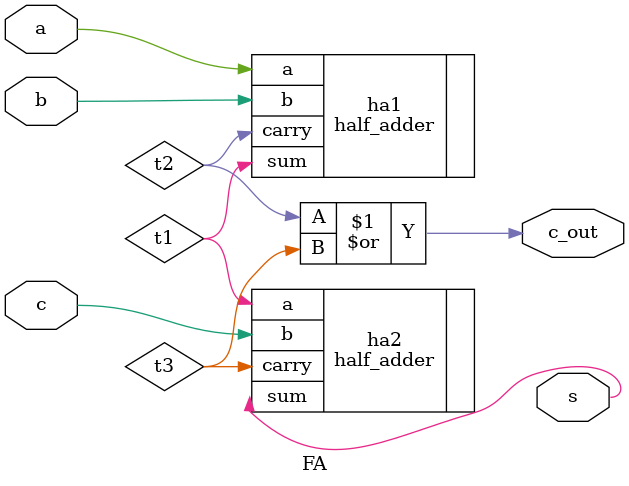
<source format=v>
`timescale 1ns / 1ps


module FA(a,b,c,s,c_out);
input a,b,c;
output s,c_out;
wire t1,t2,t3;
half_adder ha1(.a(a),.b(b),.sum(t1),.carry(t2));
half_adder ha2(.a(t1),.b(c),.sum(s),.carry(t3));
or(c_out,t2,t3);
endmodule

</source>
